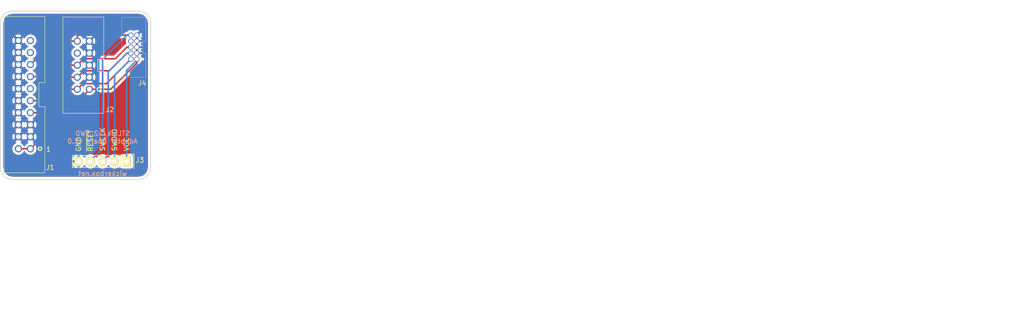
<source format=kicad_pcb>
(kicad_pcb (version 4) (host pcbnew 4.0.5-e0-6337~49~ubuntu16.04.1)

  (general
    (links 34)
    (no_connects 0)
    (area 73.583799 41.125695 178.510001 123.265001)
    (thickness 1.6)
    (drawings 19)
    (tracks 57)
    (zones 0)
    (modules 4)
    (nets 7)
  )

  (page USLetter)
  (title_block
    (title "ATSAMD21G18-STLinkv2 JTAG Adapter Board")
    (date "27 Jul 2017")
    (rev 1.0)
    (company "CERN Open Hardware License v1.2")
    (comment 1 jenner@wickerbox.net)
    (comment 2 http://wickerbox.net)
    (comment 3 "Wickerbox Electronics")
  )

  (layers
    (0 F.Cu signal)
    (31 B.Cu signal)
    (34 B.Paste user)
    (35 F.Paste user)
    (36 B.SilkS user)
    (37 F.SilkS user)
    (38 B.Mask user)
    (39 F.Mask user)
    (40 Dwgs.User user)
    (44 Edge.Cuts user)
    (46 B.CrtYd user)
    (47 F.CrtYd user)
    (48 B.Fab user)
    (49 F.Fab user)
  )

  (setup
    (last_trace_width 0.254)
    (user_trace_width 0.1524)
    (user_trace_width 0.254)
    (user_trace_width 0.3302)
    (user_trace_width 0.508)
    (user_trace_width 0.762)
    (user_trace_width 1.27)
    (trace_clearance 0.1524)
    (zone_clearance 0.508)
    (zone_45_only no)
    (trace_min 0.1524)
    (segment_width 0.1524)
    (edge_width 0.1524)
    (via_size 0.6858)
    (via_drill 0.3302)
    (via_min_size 0.6858)
    (via_min_drill 0.3302)
    (user_via 0.6858 0.3302)
    (user_via 0.762 0.4064)
    (user_via 0.8636 0.508)
    (uvia_size 0.6858)
    (uvia_drill 0.3302)
    (uvias_allowed no)
    (uvia_min_size 0)
    (uvia_min_drill 0)
    (pcb_text_width 0.1524)
    (pcb_text_size 1.016 1.016)
    (mod_edge_width 0.1524)
    (mod_text_size 1.016 1.016)
    (mod_text_width 0.1524)
    (pad_size 1.1176 1.1176)
    (pad_drill 0.8128)
    (pad_to_mask_clearance 0.0762)
    (solder_mask_min_width 0.1016)
    (pad_to_paste_clearance -0.0762)
    (aux_axis_origin 0 0)
    (visible_elements FFFEDF7D)
    (pcbplotparams
      (layerselection 0x310fc_80000001)
      (usegerberextensions true)
      (excludeedgelayer true)
      (linewidth 0.100000)
      (plotframeref false)
      (viasonmask false)
      (mode 1)
      (useauxorigin false)
      (hpglpennumber 1)
      (hpglpenspeed 20)
      (hpglpendiameter 15)
      (hpglpenoverlay 2)
      (psnegative false)
      (psa4output false)
      (plotreference true)
      (plotvalue true)
      (plotinvisibletext false)
      (padsonsilk false)
      (subtractmaskfromsilk false)
      (outputformat 1)
      (mirror false)
      (drillshape 0)
      (scaleselection 1)
      (outputdirectory gerbers))
  )

  (net 0 "")
  (net 1 VCC)
  (net 2 GND)
  (net 3 /SWDIO)
  (net 4 /SWCLK)
  (net 5 /~RESET)
  (net 6 /TRACESWO)

  (net_class Default "This is the default net class."
    (clearance 0.1524)
    (trace_width 0.254)
    (via_dia 0.6858)
    (via_drill 0.3302)
    (uvia_dia 0.6858)
    (uvia_drill 0.3302)
    (add_net /SWCLK)
    (add_net /SWDIO)
    (add_net /TRACESWO)
    (add_net /~RESET)
    (add_net GND)
    (add_net VCC)
  )

  (module Wickerlib:CONN-HEADER-STRAIGHT-P2.54MM-1x05 (layer F.Cu) (tedit 5986290E) (tstamp 5987E190)
    (at 54.864 65.1256 270)
    (descr "Through hole pin header")
    (tags "pin header")
    (path /59879A04)
    (fp_text reference J3 (at 0 5.25 360) (layer F.Fab)
      (effects (font (size 2.032 2.032) (thickness 0.254)))
    )
    (fp_text value HEADER-MALE-5POS-TH-1x05-P0.1IN (at -3.25 6.5 360) (layer F.Fab) hide
      (effects (font (size 1 1) (thickness 0.15)))
    )
    (fp_line (start 1.75 12) (end 1.75 -1.75) (layer F.Fab) (width 0.0508))
    (fp_line (start -1.75 12) (end 1.75 12) (layer F.Fab) (width 0.0508))
    (fp_line (start -1.75 -1.75) (end -1.75 12) (layer F.Fab) (width 0.0508))
    (fp_line (start 1.75 -1.75) (end -1.75 -1.75) (layer F.Fab) (width 0.0508))
    (fp_text user %R (at 0 -3 270) (layer F.SilkS) hide
      (effects (font (size 1 1) (thickness 0.15)))
    )
    (fp_line (start -1.55 0) (end -1.55 -1.55) (layer F.SilkS) (width 0.15))
    (fp_line (start -1.55 -1.55) (end 1.55 -1.55) (layer F.SilkS) (width 0.15))
    (fp_line (start -1.75 -1.75) (end -1.75 11.95) (layer F.CrtYd) (width 0.05))
    (fp_line (start 1.75 -1.75) (end 1.75 11.95) (layer F.CrtYd) (width 0.05))
    (fp_line (start -1.75 -1.75) (end 1.75 -1.75) (layer F.CrtYd) (width 0.05))
    (fp_line (start -1.75 11.95) (end 1.75 11.95) (layer F.CrtYd) (width 0.05))
    (fp_line (start 1.27 1.27) (end 1.27 11.43) (layer F.SilkS) (width 0.15))
    (fp_line (start 1.27 11.43) (end -1.27 11.43) (layer F.SilkS) (width 0.15))
    (fp_line (start -1.27 11.43) (end -1.27 1.27) (layer F.SilkS) (width 0.15))
    (fp_line (start 1.27 1.27) (end -1.27 1.27) (layer F.SilkS) (width 0.15))
    (pad 1 thru_hole rect (at 0 0 270) (size 2.032 1.7272) (drill 1.016) (layers *.Cu *.Mask F.SilkS)
      (net 1 VCC))
    (pad 2 thru_hole oval (at 0 2.54 270) (size 2.032 1.7272) (drill 1.016) (layers *.Cu *.Mask F.SilkS)
      (net 3 /SWDIO))
    (pad 3 thru_hole oval (at 0 5.08 270) (size 2.032 1.7272) (drill 1.016) (layers *.Cu *.Mask F.SilkS)
      (net 4 /SWCLK))
    (pad 4 thru_hole oval (at 0 7.62 270) (size 2.032 1.7272) (drill 1.016) (layers *.Cu *.Mask F.SilkS)
      (net 5 /~RESET))
    (pad 5 thru_hole oval (at 0 10.16 270) (size 2.032 1.7272) (drill 1.016) (layers *.Cu *.Mask F.SilkS)
      (net 2 GND))
  )

  (module Wickerlib:CONN-3M-JTAG-2x05-2.54MMP (layer F.Cu) (tedit 59864504) (tstamp 5987E178)
    (at 45.72 44.8056 90)
    (path /5987995F)
    (fp_text reference J2 (at 0 0 90) (layer F.Fab)
      (effects (font (size 1 1) (thickness 0.15)))
    )
    (fp_text value HEADER-MALE-10POS-TH-2x5-P0.1IN-KEY-SHROUDED-JTAG (at 0 0 90) (layer F.Fab) hide
      (effects (font (size 1 1) (thickness 0.15)))
    )
    (fp_line (start 10.16 -4.064) (end 10.16 -4.318) (layer F.Fab) (width 0.04064))
    (fp_line (start 10.16 4.318) (end 10.16 -4.064) (layer F.Fab) (width 0.04064))
    (fp_line (start 1.27 4.318) (end 10.16 4.318) (layer F.Fab) (width 0.04064))
    (fp_line (start 1.27 3.048) (end 1.27 4.318) (layer F.Fab) (width 0.04064))
    (fp_line (start -1.27 3.048) (end 1.27 3.048) (layer F.Fab) (width 0.04064))
    (fp_line (start -1.27 4.318) (end -1.27 3.048) (layer F.Fab) (width 0.04064))
    (fp_line (start -10.16 4.318) (end -1.27 4.318) (layer F.Fab) (width 0.04064))
    (fp_line (start -10.16 -4.318) (end -10.16 4.318) (layer F.Fab) (width 0.04064))
    (fp_line (start 10.16 -4.318) (end -10.16 -4.318) (layer F.Fab) (width 0.04064))
    (fp_circle (center -5.08 3.302) (end -4.826 3.556) (layer F.SilkS) (width 0.254))
    (fp_text user %R (at -9.398 5.588 180) (layer F.SilkS)
      (effects (font (size 1 1) (thickness 0.15)))
    )
    (fp_line (start 1.27 3.048) (end 1.27 4.318) (layer F.SilkS) (width 0.1016))
    (fp_line (start -1.27 3.048) (end 1.27 3.048) (layer F.SilkS) (width 0.1016))
    (fp_line (start -1.27 4.318) (end -1.27 3.048) (layer F.SilkS) (width 0.1016))
    (fp_line (start -10.16 4.318) (end -1.27 4.318) (layer F.SilkS) (width 0.1016))
    (fp_line (start 10.16 -4.318) (end -10.16 -4.318) (layer F.SilkS) (width 0.1016))
    (fp_line (start -10.16 4.318) (end -10.16 -4.318) (layer F.SilkS) (width 0.1016))
    (fp_line (start 10.16 4.318) (end 10.16 -4.318) (layer F.SilkS) (width 0.1016))
    (fp_line (start 1.27 4.318) (end 10.16 4.318) (layer F.SilkS) (width 0.1016))
    (fp_circle (center -5.08 3.302) (end -4.826 3.556) (layer F.Fab) (width 0.254))
    (pad 2 thru_hole circle (at -5.08 -1.27 90) (size 1.524 1.524) (drill 1.016) (layers *.Cu *.Mask)
      (net 3 /SWDIO))
    (pad 4 thru_hole circle (at -2.54 -1.27 90) (size 1.524 1.524) (drill 1.016) (layers *.Cu *.Mask)
      (net 4 /SWCLK))
    (pad 6 thru_hole circle (at 0 -1.27 90) (size 1.524 1.524) (drill 1.016) (layers *.Cu *.Mask)
      (net 6 /TRACESWO))
    (pad 8 thru_hole circle (at 2.54 -1.27 90) (size 1.524 1.524) (drill 1.016) (layers *.Cu *.Mask))
    (pad 10 thru_hole circle (at 5.08 -1.27 90) (size 1.524 1.524) (drill 1.016) (layers *.Cu *.Mask)
      (net 5 /~RESET))
    (pad 1 thru_hole circle (at -5.08 1.27 90) (size 1.524 1.524) (drill 1.016) (layers *.Cu *.Mask)
      (net 1 VCC))
    (pad 3 thru_hole circle (at -2.54 1.27 90) (size 1.524 1.524) (drill 1.016) (layers *.Cu *.Mask)
      (net 2 GND))
    (pad 5 thru_hole circle (at 0 1.27 90) (size 1.524 1.524) (drill 1.016) (layers *.Cu *.Mask)
      (net 2 GND))
    (pad 7 thru_hole circle (at 2.54 1.27 90) (size 1.524 1.524) (drill 1.016) (layers *.Cu *.Mask)
      (net 2 GND))
    (pad 9 thru_hole circle (at 5.08 1.27 90) (size 1.524 1.524) (drill 1.016) (layers *.Cu *.Mask)
      (net 2 GND))
  )

  (module Wickerlib:CONN-ONSHORE-JTAG-2x10-2.54MMP (layer F.Cu) (tedit 598644C5) (tstamp 5987E156)
    (at 33.274 57.3786 90)
    (path /5988C72E)
    (fp_text reference J1 (at 6.35 0 90) (layer F.Fab)
      (effects (font (size 1 1) (thickness 0.15)))
    )
    (fp_text value JTAG (at 6.35 3.81 90) (layer F.Fab) hide
      (effects (font (size 1 1) (thickness 0.15)))
    )
    (fp_line (start 22.86 -4.064) (end 22.86 -4.318) (layer F.Fab) (width 0.04064))
    (fp_line (start 22.86 4.318) (end 22.86 -4.064) (layer F.Fab) (width 0.04064))
    (fp_line (start 8.89 4.318) (end 22.86 4.318) (layer F.Fab) (width 0.04064))
    (fp_line (start 8.89 3.048) (end 8.89 4.318) (layer F.Fab) (width 0.04064))
    (fp_line (start 3.81 3.048) (end 8.89 3.048) (layer F.Fab) (width 0.04064))
    (fp_line (start 3.81 4.318) (end 3.81 3.048) (layer F.Fab) (width 0.04064))
    (fp_line (start -10.16 4.318) (end 3.81 4.318) (layer F.Fab) (width 0.04064))
    (fp_line (start -10.16 -4.318) (end -10.16 4.318) (layer F.Fab) (width 0.04064))
    (fp_line (start 22.86 -4.318) (end -10.16 -4.318) (layer F.Fab) (width 0.04064))
    (fp_circle (center -5.08 3.302) (end -4.826 3.556) (layer F.SilkS) (width 0.254))
    (fp_text user %R (at -9.017 5.461 180) (layer F.SilkS)
      (effects (font (size 1 1) (thickness 0.15)))
    )
    (fp_line (start 8.89 3.048) (end 8.89 4.318) (layer F.SilkS) (width 0.1016))
    (fp_line (start 3.81 3.048) (end 8.89 3.048) (layer F.SilkS) (width 0.1016))
    (fp_line (start 3.81 4.318) (end 3.81 3.048) (layer F.SilkS) (width 0.1016))
    (fp_line (start -10.16 4.318) (end 3.81 4.318) (layer F.SilkS) (width 0.1016))
    (fp_line (start 22.86 -4.318) (end -10.16 -4.318) (layer F.SilkS) (width 0.1016))
    (fp_line (start -10.16 4.318) (end -10.16 -4.318) (layer F.SilkS) (width 0.1016))
    (fp_line (start 22.86 4.318) (end 22.86 -4.318) (layer F.SilkS) (width 0.1016))
    (fp_line (start 8.89 4.318) (end 22.86 4.318) (layer F.SilkS) (width 0.1016))
    (fp_circle (center -5.08 3.302) (end -4.826 3.556) (layer F.Fab) (width 0.254))
    (pad 2 thru_hole circle (at -5.08 -1.27 90) (size 1.524 1.524) (drill 1.016) (layers *.Cu *.Mask)
      (net 1 VCC))
    (pad 4 thru_hole circle (at -2.54 -1.27 90) (size 1.524 1.524) (drill 1.016) (layers *.Cu *.Mask)
      (net 2 GND))
    (pad 6 thru_hole circle (at 0 -1.27 90) (size 1.524 1.524) (drill 1.016) (layers *.Cu *.Mask)
      (net 2 GND))
    (pad 8 thru_hole circle (at 2.54 -1.27 90) (size 1.524 1.524) (drill 1.016) (layers *.Cu *.Mask)
      (net 2 GND))
    (pad 10 thru_hole circle (at 5.08 -1.27 90) (size 1.524 1.524) (drill 1.016) (layers *.Cu *.Mask)
      (net 2 GND))
    (pad 1 thru_hole circle (at -5.08 1.27 90) (size 1.524 1.524) (drill 1.016) (layers *.Cu *.Mask)
      (net 1 VCC))
    (pad 3 thru_hole circle (at -2.54 1.27 90) (size 1.524 1.524) (drill 1.016) (layers *.Cu *.Mask)
      (net 2 GND))
    (pad 5 thru_hole circle (at 0 1.27 90) (size 1.524 1.524) (drill 1.016) (layers *.Cu *.Mask)
      (net 2 GND))
    (pad 7 thru_hole circle (at 2.54 1.27 90) (size 1.524 1.524) (drill 1.016) (layers *.Cu *.Mask)
      (net 3 /SWDIO))
    (pad 9 thru_hole circle (at 5.08 1.27 90) (size 1.524 1.524) (drill 1.016) (layers *.Cu *.Mask)
      (net 4 /SWCLK))
    (pad 17 thru_hole circle (at 15.24 1.27 90) (size 1.524 1.524) (drill 1.016) (layers *.Cu *.Mask))
    (pad 16 thru_hole circle (at 12.7 -1.27 90) (size 1.524 1.524) (drill 1.016) (layers *.Cu *.Mask)
      (net 2 GND))
    (pad 18 thru_hole circle (at 15.24 -1.27 90) (size 1.524 1.524) (drill 1.016) (layers *.Cu *.Mask)
      (net 2 GND))
    (pad 20 thru_hole circle (at 17.78 -1.27 90) (size 1.524 1.524) (drill 1.016) (layers *.Cu *.Mask)
      (net 2 GND))
    (pad 15 thru_hole circle (at 12.7 1.27 90) (size 1.524 1.524) (drill 1.016) (layers *.Cu *.Mask)
      (net 5 /~RESET))
    (pad 19 thru_hole circle (at 17.78 1.27 90) (size 1.524 1.524) (drill 1.016) (layers *.Cu *.Mask))
    (pad 13 thru_hole circle (at 10.16 1.27 90) (size 1.524 1.524) (drill 1.016) (layers *.Cu *.Mask)
      (net 6 /TRACESWO))
    (pad 12 thru_hole circle (at 7.62 -1.27 90) (size 1.524 1.524) (drill 1.016) (layers *.Cu *.Mask)
      (net 2 GND))
    (pad 14 thru_hole circle (at 10.16 -1.27 90) (size 1.524 1.524) (drill 1.016) (layers *.Cu *.Mask)
      (net 2 GND))
    (pad 11 thru_hole circle (at 7.62 1.27 90) (size 1.524 1.524) (drill 1.016) (layers *.Cu *.Mask))
  )

  (module Wickerlib:CONN-ONSHORE-JTAG-2x05-1.27MMP (layer F.Cu) (tedit 598646B9) (tstamp 5987E1B2)
    (at 56.388 40.9956 90)
    (path /5989484D)
    (fp_text reference J4 (at 0 0 90) (layer F.Fab)
      (effects (font (size 1 1) (thickness 0.15)))
    )
    (fp_text value HEADER-MALE-10POS-TH-2x5-P1.27MM-KEY-SHROUDED-JTAG (at 0 3.81 90) (layer F.Fab) hide
      (effects (font (size 1 1) (thickness 0.15)))
    )
    (fp_line (start -1.27 2.54) (end -1.27 1.905) (layer F.SilkS) (width 0.049784))
    (fp_line (start -1.27 1.905) (end 1.27 1.905) (layer F.SilkS) (width 0.049784))
    (fp_line (start 6.33 -2.55) (end 6.33 2.55) (layer F.SilkS) (width 0.049784))
    (fp_line (start -6.33 -2.54) (end 6.33 -2.54) (layer F.SilkS) (width 0.049784))
    (fp_circle (center -2.54 1.905) (end -2.413 2.032) (layer F.Fab) (width 0.254))
    (fp_text user %R (at -7.62 1.778 180) (layer F.SilkS)
      (effects (font (size 1 1) (thickness 0.15)))
    )
    (fp_line (start -6.33 -2.54) (end -6.33 2.56) (layer F.SilkS) (width 0.049784))
    (fp_line (start -6.31 2.54) (end -1.27 2.54) (layer F.SilkS) (width 0.049784))
    (fp_circle (center -2.54 1.905) (end -2.413 2.032) (layer F.SilkS) (width 0.254))
    (fp_line (start 1.27 1.905) (end 1.27 2.54) (layer F.SilkS) (width 0.049784))
    (fp_line (start 6.31 2.54) (end 1.27 2.54) (layer F.SilkS) (width 0.049784))
    (fp_line (start 6.33 -2.55) (end 6.33 2.55) (layer F.Fab) (width 0.049784))
    (fp_line (start -6.33 -2.54) (end -6.33 2.56) (layer F.Fab) (width 0.049784))
    (fp_line (start -6.31 2.54) (end -1.27 2.54) (layer F.Fab) (width 0.049784))
    (fp_line (start -1.27 2.54) (end -1.27 1.905) (layer F.Fab) (width 0.049784))
    (fp_line (start -1.27 1.905) (end 1.27 1.905) (layer F.Fab) (width 0.049784))
    (fp_line (start 1.27 1.905) (end 1.27 2.54) (layer F.Fab) (width 0.049784))
    (fp_line (start 6.31 2.54) (end 1.27 2.54) (layer F.Fab) (width 0.049784))
    (fp_line (start -6.33 -2.54) (end 6.33 -2.54) (layer F.Fab) (width 0.049784))
    (pad 2 thru_hole circle (at -2.54 -0.635 90) (size 1.1176 1.1176) (drill 0.8128) (layers *.Cu *.Mask)
      (net 3 /SWDIO) (solder_mask_margin 0.0254))
    (pad 1 thru_hole circle (at -2.54 0.635 90) (size 1.1176 1.1176) (drill 0.8128) (layers *.Cu *.Mask)
      (net 1 VCC) (solder_mask_margin 0.0254))
    (pad 4 thru_hole circle (at -1.27 -0.635 90) (size 1.1176 1.1176) (drill 0.8128) (layers *.Cu *.Mask)
      (net 4 /SWCLK) (solder_mask_margin 0.0254))
    (pad 3 thru_hole circle (at -1.27 0.635 90) (size 1.1176 1.1176) (drill 0.8128) (layers *.Cu *.Mask)
      (net 2 GND) (solder_mask_margin 0.0254))
    (pad 6 thru_hole circle (at 0 -0.635 90) (size 1.1176 1.1176) (drill 0.8128) (layers *.Cu *.Mask)
      (net 6 /TRACESWO) (solder_mask_margin 0.0254))
    (pad 5 thru_hole circle (at 0 0.635 90) (size 1.1176 1.1176) (drill 0.8128) (layers *.Cu *.Mask)
      (net 2 GND) (solder_mask_margin 0.0254))
    (pad 8 thru_hole circle (at 1.27 -0.635 90) (size 1.1176 1.1176) (drill 0.8128) (layers *.Cu *.Mask)
      (solder_mask_margin 0.0254))
    (pad 7 thru_hole circle (at 1.27 0.635 90) (size 1.1176 1.1176) (drill 0.8128) (layers *.Cu *.Mask)
      (net 2 GND) (solder_mask_margin 0.0254))
    (pad 10 thru_hole circle (at 2.54 -0.635 90) (size 1.1176 1.1176) (drill 0.8128) (layers *.Cu *.Mask)
      (net 5 /~RESET) (solder_mask_margin 0.0254))
    (pad 9 thru_hole circle (at 2.54 0.635 90) (size 1.1176 1.1176) (drill 0.8128) (layers *.Cu *.Mask)
      (net 2 GND) (solder_mask_margin 0.0254))
  )

  (gr_text "FABRICATION NOTES\n\n1. THIS IS A 2 LAYER BOARD. \n2. EXTERNAL LAYERS SHALL HAVE 1 OZ COPPER.\n3. MATERIAL: FR4 AND 0.062 INCH +/- 10% THICK.\n4. BOARDS SHALL BE ROHS COMPLIANT. \n5. MANUFACTURE IN ACCORDANCE WITH IPC-6012 CLASS 2\n6. MASK: BOTH SIDES OF THE BOARD SHALL HAVE \n   SOLDER MASK (ANY COLOR) OVER BARE COPPER. \n7. SILK: BOTH SIDES OF THE BOARD SHALL HAVE \n   WHITE SILKSCREEN. DO NOT PLACE SILK OVER BARE COPPER.\n8. FINISH: ENIG.\n9. MINIMUM TRACE WIDTH - 0.006 INCH.\n   MINIMUM SPACE - 0.006 INCH.\n   MINIMUM HOLE DIA - 0.013 INCH. \n10. MAX HOLE PLACEMENT TOLERANCE OF +/- 0.003 INCH.\n11. MAX HOLE DIAMETER TOLERANCE OF +/- 0.003 INCH AFTER PLATING." (at 101.3206 65.6844) (layer Dwgs.User)
    (effects (font (size 2.54 2.54) (thickness 0.254)) (justify left))
  )
  (gr_circle (center 54.864 65.1256) (end 55.118 65.3796) (layer F.Fab) (width 0.4))
  (gr_text J3 (at 57.658 64.8716) (layer F.SilkS)
    (effects (font (size 1.016 1.016) (thickness 0.1524)))
  )
  (gr_text 1 (at 38.354 62.5856) (layer F.SilkS)
    (effects (font (size 1.016 1.016) (thickness 0.1524)))
  )
  (gr_text GND (at 44.704 61.49461 90) (layer F.SilkS)
    (effects (font (size 1.016 1.016) (thickness 0.1524)))
  )
  (gr_text ~RESET (at 47.244 60.744705 90) (layer F.SilkS)
    (effects (font (size 1.016 1.016) (thickness 0.1524)))
  )
  (gr_text SWCLK (at 49.784 63.0428 90) (layer F.SilkS)
    (effects (font (size 1.016 1.016) (thickness 0.1524)) (justify left))
  )
  (gr_text "SWDIO\n" (at 52.324 63.0428 90) (layer F.SilkS)
    (effects (font (size 1.016 1.016) (thickness 0.1524)) (justify left))
  )
  (gr_text VCC (at 54.864 63.0428 90) (layer F.SilkS)
    (effects (font (size 1.016 1.016) (thickness 0.1524)) (justify left))
  )
  (gr_text wickerbox.net (at 49.784 67.6656) (layer B.SilkS)
    (effects (font (size 1.016 1.016) (thickness 0.1524)) (justify mirror))
  )
  (gr_text "STLink/v2 SWD\nAdapter Board v1.0" (at 49.784 60.0456) (layer B.SilkS)
    (effects (font (size 1.016 1.016) (thickness 0.1524)) (justify mirror))
  )
  (gr_line (start 57.404 33.3756) (end 30.734 33.3756) (layer Edge.Cuts) (width 0.1524))
  (gr_line (start 59.944 66.3956) (end 59.944 35.9156) (layer Edge.Cuts) (width 0.1524))
  (gr_line (start 30.734 68.9356) (end 57.404 68.9356) (layer Edge.Cuts) (width 0.1524))
  (gr_line (start 28.194 35.9156) (end 28.194 66.3956) (layer Edge.Cuts) (width 0.1524))
  (gr_arc (start 30.734 35.9156) (end 28.194 35.9156) (angle 90) (layer Edge.Cuts) (width 0.1524) (tstamp 5987E3C2))
  (gr_arc (start 30.734 66.3956) (end 30.734 68.9356) (angle 90) (layer Edge.Cuts) (width 0.1524))
  (gr_arc (start 57.404 66.3956) (end 59.944 66.3956) (angle 90) (layer Edge.Cuts) (width 0.1524))
  (gr_arc (start 57.404 35.9156) (end 57.404 33.3756) (angle 90) (layer Edge.Cuts) (width 0.1524))

  (segment (start 34.544 62.4586) (end 46.99 50.0126) (width 0.3302) (layer F.Cu) (net 1))
  (segment (start 46.99 50.0126) (end 46.99 49.8856) (width 0.3302) (layer F.Cu) (net 1))
  (segment (start 34.544 62.4586) (end 32.004 62.4586) (width 0.3302) (layer F.Cu) (net 1))
  (segment (start 54.864 65.1256) (end 54.864 45.909486) (width 0.3302) (layer B.Cu) (net 1))
  (segment (start 54.864 45.909486) (end 57.023 43.750486) (width 0.3302) (layer B.Cu) (net 1))
  (segment (start 57.023 43.750486) (end 57.023 43.5356) (width 0.3302) (layer B.Cu) (net 1))
  (segment (start 57.023 43.5356) (end 57.023 44.361783) (width 0.3302) (layer F.Cu) (net 1))
  (segment (start 57.023 44.361783) (end 51.499183 49.8856) (width 0.3302) (layer F.Cu) (net 1))
  (segment (start 51.499183 49.8856) (end 48.06763 49.8856) (width 0.3302) (layer F.Cu) (net 1))
  (segment (start 48.06763 49.8856) (end 46.99 49.8856) (width 0.3302) (layer F.Cu) (net 1))
  (segment (start 57.023 42.2656) (end 58.674 42.2656) (width 0.3302) (layer B.Cu) (net 2))
  (segment (start 57.023 40.9956) (end 58.674 40.9956) (width 0.3302) (layer B.Cu) (net 2))
  (segment (start 57.023 39.7256) (end 58.674 39.7256) (width 0.3302) (layer B.Cu) (net 2))
  (segment (start 57.023 39.7256) (end 58.674 39.7256) (width 0.3302) (layer F.Cu) (net 2))
  (segment (start 57.023 42.2656) (end 58.674 42.2656) (width 0.3302) (layer F.Cu) (net 2))
  (segment (start 57.023 40.9956) (end 58.674 40.9956) (width 0.3302) (layer F.Cu) (net 2))
  (segment (start 57.023 42.2656) (end 57.023 40.9956) (width 0.3302) (layer F.Cu) (net 2))
  (segment (start 57.023 39.7256) (end 57.023 40.9956) (width 0.3302) (layer F.Cu) (net 2))
  (segment (start 57.023 38.4556) (end 57.023 39.7256) (width 0.3302) (layer F.Cu) (net 2))
  (segment (start 52.324 65.1256) (end 52.324 46.9646) (width 0.3302) (layer B.Cu) (net 3))
  (segment (start 52.324 46.9646) (end 55.753 43.5356) (width 0.3302) (layer B.Cu) (net 3))
  (segment (start 44.45 49.8856) (end 45.631101 48.704499) (width 0.3302) (layer F.Cu) (net 3))
  (segment (start 45.631101 48.704499) (end 50.584101 48.704499) (width 0.3302) (layer F.Cu) (net 3))
  (segment (start 50.584101 48.704499) (end 55.168801 44.119799) (width 0.3302) (layer F.Cu) (net 3))
  (segment (start 55.168801 44.119799) (end 55.753 43.5356) (width 0.3302) (layer F.Cu) (net 3))
  (segment (start 35.941 54.8386) (end 40.894 49.8856) (width 0.3302) (layer F.Cu) (net 3))
  (segment (start 40.894 49.8856) (end 44.45 49.8856) (width 0.3302) (layer F.Cu) (net 3))
  (segment (start 34.544 54.8386) (end 35.941 54.8386) (width 0.3302) (layer F.Cu) (net 3))
  (segment (start 54.926817 42.2656) (end 55.753 42.2656) (width 0.3302) (layer B.Cu) (net 4))
  (segment (start 50.9778 46.214617) (end 54.926817 42.2656) (width 0.3302) (layer B.Cu) (net 4))
  (segment (start 50.9778 63.7794) (end 50.9778 46.214617) (width 0.3302) (layer B.Cu) (net 4))
  (segment (start 49.784 64.9732) (end 50.9778 63.7794) (width 0.3302) (layer B.Cu) (net 4))
  (segment (start 49.784 65.1256) (end 49.784 64.9732) (width 0.3302) (layer B.Cu) (net 4))
  (segment (start 44.45 47.3456) (end 45.808899 45.986701) (width 0.3302) (layer F.Cu) (net 4))
  (segment (start 45.808899 45.986701) (end 51.205716 45.986701) (width 0.3302) (layer F.Cu) (net 4))
  (segment (start 51.205716 45.986701) (end 54.926817 42.2656) (width 0.3302) (layer F.Cu) (net 4))
  (segment (start 54.926817 42.2656) (end 55.753 42.2656) (width 0.3302) (layer F.Cu) (net 4))
  (segment (start 40.894 47.3456) (end 35.941 52.2986) (width 0.3302) (layer F.Cu) (net 4))
  (segment (start 35.941 52.2986) (end 34.544 52.2986) (width 0.3302) (layer F.Cu) (net 4))
  (segment (start 44.45 47.3456) (end 40.894 47.3456) (width 0.3302) (layer F.Cu) (net 4))
  (segment (start 49.784 62.4332) (end 49.784 43.598417) (width 0.3302) (layer B.Cu) (net 5))
  (segment (start 49.784 43.598417) (end 54.926817 38.4556) (width 0.3302) (layer B.Cu) (net 5))
  (segment (start 54.926817 38.4556) (end 55.753 38.4556) (width 0.3302) (layer B.Cu) (net 5))
  (segment (start 47.244 65.1256) (end 47.244 64.9732) (width 0.3302) (layer B.Cu) (net 5))
  (segment (start 47.244 64.9732) (end 49.784 62.4332) (width 0.3302) (layer B.Cu) (net 5))
  (segment (start 44.64237 38.4556) (end 55.753 38.4556) (width 0.3302) (layer F.Cu) (net 5))
  (segment (start 44.45 39.7256) (end 44.45 38.64797) (width 0.3302) (layer F.Cu) (net 5))
  (segment (start 44.45 38.64797) (end 44.64237 38.4556) (width 0.3302) (layer F.Cu) (net 5))
  (segment (start 39.497 39.7256) (end 44.45 39.7256) (width 0.3302) (layer F.Cu) (net 5))
  (segment (start 34.544 44.6786) (end 39.497 39.7256) (width 0.3302) (layer F.Cu) (net 5))
  (segment (start 44.45 44.8056) (end 45.808899 43.446701) (width 0.3302) (layer F.Cu) (net 6))
  (segment (start 45.808899 43.446701) (end 52.475716 43.446701) (width 0.3302) (layer F.Cu) (net 6))
  (segment (start 52.475716 43.446701) (end 54.926817 40.9956) (width 0.3302) (layer F.Cu) (net 6))
  (segment (start 54.926817 40.9956) (end 55.753 40.9956) (width 0.3302) (layer F.Cu) (net 6))
  (segment (start 37.211 47.2186) (end 39.624 44.8056) (width 0.3302) (layer F.Cu) (net 6))
  (segment (start 39.624 44.8056) (end 44.45 44.8056) (width 0.3302) (layer F.Cu) (net 6))
  (segment (start 34.544 47.2186) (end 37.211 47.2186) (width 0.3302) (layer F.Cu) (net 6))

  (zone (net 2) (net_name GND) (layer F.Cu) (tstamp 0) (hatch edge 0.508)
    (connect_pads (clearance 0.508))
    (min_thickness 0.254)
    (fill yes (arc_segments 16) (thermal_gap 0.508) (thermal_bridge_width 0.508))
    (polygon
      (pts
        (xy 59.944 33.3756) (xy 28.194 33.3756) (xy 28.194 68.9356) (xy 59.944 68.9356)
      )
    )
    (filled_polygon
      (pts
        (xy 58.09852 34.238882) (xy 58.687304 34.632296) (xy 59.080719 35.221082) (xy 59.2328 35.985644) (xy 59.2328 66.325556)
        (xy 59.080719 67.090118) (xy 58.687304 67.678904) (xy 58.09852 68.072318) (xy 57.333955 68.2244) (xy 30.804044 68.2244)
        (xy 30.039482 68.072319) (xy 29.450696 67.678904) (xy 29.057282 67.09012) (xy 28.9052 66.325555) (xy 28.9052 65.487513)
        (xy 43.218816 65.487513) (xy 43.412046 66.03992) (xy 43.801964 66.476332) (xy 44.329209 66.730309) (xy 44.344974 66.732958)
        (xy 44.577 66.611817) (xy 44.577 65.2526) (xy 43.363076 65.2526) (xy 43.218816 65.487513) (xy 28.9052 65.487513)
        (xy 28.9052 64.763687) (xy 43.218816 64.763687) (xy 43.363076 64.9986) (xy 44.577 64.9986) (xy 44.577 63.639383)
        (xy 44.831 63.639383) (xy 44.831 64.9986) (xy 44.851 64.9986) (xy 44.851 65.2526) (xy 44.831 65.2526)
        (xy 44.831 66.611817) (xy 45.063026 66.732958) (xy 45.078791 66.730309) (xy 45.606036 66.476332) (xy 45.977539 66.060531)
        (xy 46.18433 66.370015) (xy 46.670511 66.694871) (xy 47.244 66.808945) (xy 47.817489 66.694871) (xy 48.30367 66.370015)
        (xy 48.514 66.055234) (xy 48.72433 66.370015) (xy 49.210511 66.694871) (xy 49.784 66.808945) (xy 50.357489 66.694871)
        (xy 50.84367 66.370015) (xy 51.054 66.055234) (xy 51.26433 66.370015) (xy 51.750511 66.694871) (xy 52.324 66.808945)
        (xy 52.897489 66.694871) (xy 53.38367 66.370015) (xy 53.393243 66.355687) (xy 53.397238 66.376917) (xy 53.53631 66.593041)
        (xy 53.74851 66.738031) (xy 54.0004 66.78904) (xy 55.7276 66.78904) (xy 55.962917 66.744762) (xy 56.179041 66.60569)
        (xy 56.324031 66.39349) (xy 56.37504 66.1416) (xy 56.37504 64.1096) (xy 56.330762 63.874283) (xy 56.19169 63.658159)
        (xy 55.97949 63.513169) (xy 55.7276 63.46216) (xy 54.0004 63.46216) (xy 53.765083 63.506438) (xy 53.548959 63.64551)
        (xy 53.403969 63.85771) (xy 53.3956 63.899039) (xy 53.38367 63.881185) (xy 52.897489 63.556329) (xy 52.324 63.442255)
        (xy 51.750511 63.556329) (xy 51.26433 63.881185) (xy 51.054 64.195966) (xy 50.84367 63.881185) (xy 50.357489 63.556329)
        (xy 49.784 63.442255) (xy 49.210511 63.556329) (xy 48.72433 63.881185) (xy 48.514 64.195966) (xy 48.30367 63.881185)
        (xy 47.817489 63.556329) (xy 47.244 63.442255) (xy 46.670511 63.556329) (xy 46.18433 63.881185) (xy 45.977539 64.190669)
        (xy 45.606036 63.774868) (xy 45.078791 63.520891) (xy 45.063026 63.518242) (xy 44.831 63.639383) (xy 44.577 63.639383)
        (xy 44.344974 63.518242) (xy 44.329209 63.520891) (xy 43.801964 63.774868) (xy 43.412046 64.21128) (xy 43.218816 64.763687)
        (xy 28.9052 64.763687) (xy 28.9052 62.735261) (xy 30.606758 62.735261) (xy 30.81899 63.248903) (xy 31.21163 63.642229)
        (xy 31.7249 63.855357) (xy 32.280661 63.855842) (xy 32.794303 63.64361) (xy 33.179885 63.2587) (xy 33.36877 63.2587)
        (xy 33.75163 63.642229) (xy 34.2649 63.855357) (xy 34.820661 63.855842) (xy 35.334303 63.64361) (xy 35.727629 63.25097)
        (xy 35.940757 62.7377) (xy 35.941232 62.19288) (xy 46.851632 51.28248) (xy 47.266661 51.282842) (xy 47.780303 51.07061)
        (xy 48.165885 50.6857) (xy 51.499183 50.6857) (xy 51.805368 50.624796) (xy 52.064939 50.451356) (xy 57.588756 44.927539)
        (xy 57.762196 44.667968) (xy 57.807729 44.439056) (xy 58.034464 44.212716) (xy 58.216592 43.774103) (xy 58.217007 43.29918)
        (xy 58.044211 42.880981) (xy 58.076999 42.874395) (xy 58.229744 42.424705) (xy 58.198774 41.950793) (xy 58.076999 41.656805)
        (xy 57.946531 41.6306) (xy 58.076999 41.604395) (xy 58.229744 41.154705) (xy 58.198774 40.680793) (xy 58.076999 40.386805)
        (xy 57.946531 40.3606) (xy 58.076999 40.334395) (xy 58.229744 39.884705) (xy 58.198774 39.410793) (xy 58.076999 39.116805)
        (xy 57.946531 39.0906) (xy 58.076999 39.064395) (xy 58.229744 38.614705) (xy 58.198774 38.140793) (xy 58.076999 37.846805)
        (xy 57.855824 37.802381) (xy 57.202605 38.4556) (xy 57.216748 38.469743) (xy 57.166622 38.519868) (xy 56.946732 38.534238)
        (xy 56.946916 38.323794) (xy 57.008858 38.261853) (xy 57.023 38.275995) (xy 57.676219 37.622776) (xy 57.631795 37.401601)
        (xy 57.182105 37.248856) (xy 56.708193 37.279826) (xy 56.414205 37.401601) (xy 56.407544 37.434763) (xy 55.991503 37.262008)
        (xy 55.51658 37.261593) (xy 55.07765 37.442955) (xy 54.864734 37.6555) (xy 44.64237 37.6555) (xy 44.336185 37.716404)
        (xy 44.076614 37.889844) (xy 43.884244 38.082214) (xy 43.710804 38.341785) (xy 43.672295 38.535385) (xy 43.659697 38.54059)
        (xy 43.274115 38.9255) (xy 39.497 38.9255) (xy 39.190815 38.986404) (xy 38.931244 39.159844) (xy 35.940991 42.150097)
        (xy 35.941242 41.861939) (xy 35.72901 41.348297) (xy 35.33637 40.954971) (xy 35.128488 40.868651) (xy 35.334303 40.78361)
        (xy 35.727629 40.39097) (xy 35.940757 39.8777) (xy 35.941242 39.321939) (xy 35.72901 38.808297) (xy 35.33637 38.414971)
        (xy 34.8231 38.201843) (xy 34.267339 38.201358) (xy 33.753697 38.41359) (xy 33.360371 38.80623) (xy 33.280605 38.998327)
        (xy 33.226397 38.867457) (xy 32.984213 38.797992) (xy 32.183605 39.5986) (xy 32.984213 40.399208) (xy 33.226397 40.329743)
        (xy 33.276509 40.189282) (xy 33.35899 40.388903) (xy 33.75163 40.782229) (xy 33.959512 40.868549) (xy 33.753697 40.95359)
        (xy 33.360371 41.34623) (xy 33.280605 41.538327) (xy 33.226397 41.407457) (xy 32.984213 41.337992) (xy 32.183605 42.1386)
        (xy 32.984213 42.939208) (xy 33.226397 42.869743) (xy 33.276509 42.729282) (xy 33.35899 42.928903) (xy 33.75163 43.322229)
        (xy 33.959512 43.408549) (xy 33.753697 43.49359) (xy 33.360371 43.88623) (xy 33.280605 44.078327) (xy 33.226397 43.947457)
        (xy 32.984213 43.877992) (xy 32.183605 44.6786) (xy 32.984213 45.479208) (xy 33.226397 45.409743) (xy 33.276509 45.269282)
        (xy 33.35899 45.468903) (xy 33.75163 45.862229) (xy 33.959512 45.948549) (xy 33.753697 46.03359) (xy 33.360371 46.42623)
        (xy 33.280605 46.618327) (xy 33.226397 46.487457) (xy 32.984213 46.417992) (xy 32.183605 47.2186) (xy 32.984213 48.019208)
        (xy 33.226397 47.949743) (xy 33.276509 47.809282) (xy 33.35899 48.008903) (xy 33.75163 48.402229) (xy 33.959512 48.488549)
        (xy 33.753697 48.57359) (xy 33.360371 48.96623) (xy 33.280605 49.158327) (xy 33.226397 49.027457) (xy 32.984213 48.957992)
        (xy 32.183605 49.7586) (xy 32.984213 50.559208) (xy 33.226397 50.489743) (xy 33.276509 50.349282) (xy 33.35899 50.548903)
        (xy 33.75163 50.942229) (xy 33.959512 51.028549) (xy 33.753697 51.11359) (xy 33.360371 51.50623) (xy 33.280605 51.698327)
        (xy 33.226397 51.567457) (xy 32.984213 51.497992) (xy 32.183605 52.2986) (xy 32.984213 53.099208) (xy 33.226397 53.029743)
        (xy 33.276509 52.889282) (xy 33.35899 53.088903) (xy 33.75163 53.482229) (xy 33.959512 53.568549) (xy 33.753697 53.65359)
        (xy 33.360371 54.04623) (xy 33.280605 54.238327) (xy 33.226397 54.107457) (xy 32.984213 54.037992) (xy 32.183605 54.8386)
        (xy 32.984213 55.639208) (xy 33.226397 55.569743) (xy 33.276509 55.429282) (xy 33.35899 55.628903) (xy 33.75163 56.022229)
        (xy 33.943727 56.101995) (xy 33.812857 56.156203) (xy 33.743392 56.398387) (xy 34.544 57.198995) (xy 35.344608 56.398387)
        (xy 35.275143 56.156203) (xy 35.134682 56.106091) (xy 35.334303 56.02361) (xy 35.719885 55.6387) (xy 35.941 55.6387)
        (xy 36.247185 55.577796) (xy 36.506756 55.404356) (xy 41.225412 50.6857) (xy 43.27477 50.6857) (xy 43.65763 51.069229)
        (xy 44.1709 51.282357) (xy 44.588367 51.282721) (xy 35.943213 59.927875) (xy 35.925362 59.571232) (xy 35.766397 59.187457)
        (xy 35.524213 59.117992) (xy 34.723605 59.9186) (xy 34.737748 59.932743) (xy 34.558143 60.112348) (xy 34.544 60.098205)
        (xy 33.743392 60.898813) (xy 33.812857 61.140997) (xy 33.953318 61.191109) (xy 33.753697 61.27359) (xy 33.368115 61.6585)
        (xy 33.17923 61.6585) (xy 32.79637 61.274971) (xy 32.604273 61.195205) (xy 32.735143 61.140997) (xy 32.804608 60.898813)
        (xy 32.004 60.098205) (xy 31.203392 60.898813) (xy 31.272857 61.140997) (xy 31.413318 61.191109) (xy 31.213697 61.27359)
        (xy 30.820371 61.66623) (xy 30.607243 62.1795) (xy 30.606758 62.735261) (xy 28.9052 62.735261) (xy 28.9052 59.710902)
        (xy 30.594856 59.710902) (xy 30.622638 60.265968) (xy 30.781603 60.649743) (xy 31.023787 60.719208) (xy 31.824395 59.9186)
        (xy 32.183605 59.9186) (xy 32.984213 60.719208) (xy 33.226397 60.649743) (xy 33.270453 60.526256) (xy 33.321603 60.649743)
        (xy 33.563787 60.719208) (xy 34.364395 59.9186) (xy 33.563787 59.117992) (xy 33.321603 59.187457) (xy 33.277547 59.310944)
        (xy 33.226397 59.187457) (xy 32.984213 59.117992) (xy 32.183605 59.9186) (xy 31.824395 59.9186) (xy 31.023787 59.117992)
        (xy 30.781603 59.187457) (xy 30.594856 59.710902) (xy 28.9052 59.710902) (xy 28.9052 58.358813) (xy 31.203392 58.358813)
        (xy 31.272857 58.600997) (xy 31.396344 58.645053) (xy 31.272857 58.696203) (xy 31.203392 58.938387) (xy 32.004 59.738995)
        (xy 32.804608 58.938387) (xy 32.735143 58.696203) (xy 32.611656 58.652147) (xy 32.735143 58.600997) (xy 32.804608 58.358813)
        (xy 33.743392 58.358813) (xy 33.812857 58.600997) (xy 33.936344 58.645053) (xy 33.812857 58.696203) (xy 33.743392 58.938387)
        (xy 34.544 59.738995) (xy 35.344608 58.938387) (xy 35.275143 58.696203) (xy 35.151656 58.652147) (xy 35.275143 58.600997)
        (xy 35.344608 58.358813) (xy 34.544 57.558205) (xy 33.743392 58.358813) (xy 32.804608 58.358813) (xy 32.004 57.558205)
        (xy 31.203392 58.358813) (xy 28.9052 58.358813) (xy 28.9052 57.170902) (xy 30.594856 57.170902) (xy 30.622638 57.725968)
        (xy 30.781603 58.109743) (xy 31.023787 58.179208) (xy 31.824395 57.3786) (xy 32.183605 57.3786) (xy 32.984213 58.179208)
        (xy 33.226397 58.109743) (xy 33.270453 57.986256) (xy 33.321603 58.109743) (xy 33.563787 58.179208) (xy 34.364395 57.3786)
        (xy 34.723605 57.3786) (xy 35.524213 58.179208) (xy 35.766397 58.109743) (xy 35.953144 57.586298) (xy 35.925362 57.031232)
        (xy 35.766397 56.647457) (xy 35.524213 56.577992) (xy 34.723605 57.3786) (xy 34.364395 57.3786) (xy 33.563787 56.577992)
        (xy 33.321603 56.647457) (xy 33.277547 56.770944) (xy 33.226397 56.647457) (xy 32.984213 56.577992) (xy 32.183605 57.3786)
        (xy 31.824395 57.3786) (xy 31.023787 56.577992) (xy 30.781603 56.647457) (xy 30.594856 57.170902) (xy 28.9052 57.170902)
        (xy 28.9052 55.818813) (xy 31.203392 55.818813) (xy 31.272857 56.060997) (xy 31.396344 56.105053) (xy 31.272857 56.156203)
        (xy 31.203392 56.398387) (xy 32.004 57.198995) (xy 32.804608 56.398387) (xy 32.735143 56.156203) (xy 32.611656 56.112147)
        (xy 32.735143 56.060997) (xy 32.804608 55.818813) (xy 32.004 55.018205) (xy 31.203392 55.818813) (xy 28.9052 55.818813)
        (xy 28.9052 54.630902) (xy 30.594856 54.630902) (xy 30.622638 55.185968) (xy 30.781603 55.569743) (xy 31.023787 55.639208)
        (xy 31.824395 54.8386) (xy 31.023787 54.037992) (xy 30.781603 54.107457) (xy 30.594856 54.630902) (xy 28.9052 54.630902)
        (xy 28.9052 53.278813) (xy 31.203392 53.278813) (xy 31.272857 53.520997) (xy 31.396344 53.565053) (xy 31.272857 53.616203)
        (xy 31.203392 53.858387) (xy 32.004 54.658995) (xy 32.804608 53.858387) (xy 32.735143 53.616203) (xy 32.611656 53.572147)
        (xy 32.735143 53.520997) (xy 32.804608 53.278813) (xy 32.004 52.478205) (xy 31.203392 53.278813) (xy 28.9052 53.278813)
        (xy 28.9052 52.090902) (xy 30.594856 52.090902) (xy 30.622638 52.645968) (xy 30.781603 53.029743) (xy 31.023787 53.099208)
        (xy 31.824395 52.2986) (xy 31.023787 51.497992) (xy 30.781603 51.567457) (xy 30.594856 52.090902) (xy 28.9052 52.090902)
        (xy 28.9052 50.738813) (xy 31.203392 50.738813) (xy 31.272857 50.980997) (xy 31.396344 51.025053) (xy 31.272857 51.076203)
        (xy 31.203392 51.318387) (xy 32.004 52.118995) (xy 32.804608 51.318387) (xy 32.735143 51.076203) (xy 32.611656 51.032147)
        (xy 32.735143 50.980997) (xy 32.804608 50.738813) (xy 32.004 49.938205) (xy 31.203392 50.738813) (xy 28.9052 50.738813)
        (xy 28.9052 49.550902) (xy 30.594856 49.550902) (xy 30.622638 50.105968) (xy 30.781603 50.489743) (xy 31.023787 50.559208)
        (xy 31.824395 49.7586) (xy 31.023787 48.957992) (xy 30.781603 49.027457) (xy 30.594856 49.550902) (xy 28.9052 49.550902)
        (xy 28.9052 48.198813) (xy 31.203392 48.198813) (xy 31.272857 48.440997) (xy 31.396344 48.485053) (xy 31.272857 48.536203)
        (xy 31.203392 48.778387) (xy 32.004 49.578995) (xy 32.804608 48.778387) (xy 32.735143 48.536203) (xy 32.611656 48.492147)
        (xy 32.735143 48.440997) (xy 32.804608 48.198813) (xy 32.004 47.398205) (xy 31.203392 48.198813) (xy 28.9052 48.198813)
        (xy 28.9052 47.010902) (xy 30.594856 47.010902) (xy 30.622638 47.565968) (xy 30.781603 47.949743) (xy 31.023787 48.019208)
        (xy 31.824395 47.2186) (xy 31.023787 46.417992) (xy 30.781603 46.487457) (xy 30.594856 47.010902) (xy 28.9052 47.010902)
        (xy 28.9052 45.658813) (xy 31.203392 45.658813) (xy 31.272857 45.900997) (xy 31.396344 45.945053) (xy 31.272857 45.996203)
        (xy 31.203392 46.238387) (xy 32.004 47.038995) (xy 32.804608 46.238387) (xy 32.735143 45.996203) (xy 32.611656 45.952147)
        (xy 32.735143 45.900997) (xy 32.804608 45.658813) (xy 32.004 44.858205) (xy 31.203392 45.658813) (xy 28.9052 45.658813)
        (xy 28.9052 44.470902) (xy 30.594856 44.470902) (xy 30.622638 45.025968) (xy 30.781603 45.409743) (xy 31.023787 45.479208)
        (xy 31.824395 44.6786) (xy 31.023787 43.877992) (xy 30.781603 43.947457) (xy 30.594856 44.470902) (xy 28.9052 44.470902)
        (xy 28.9052 43.118813) (xy 31.203392 43.118813) (xy 31.272857 43.360997) (xy 31.396344 43.405053) (xy 31.272857 43.456203)
        (xy 31.203392 43.698387) (xy 32.004 44.498995) (xy 32.804608 43.698387) (xy 32.735143 43.456203) (xy 32.611656 43.412147)
        (xy 32.735143 43.360997) (xy 32.804608 43.118813) (xy 32.004 42.318205) (xy 31.203392 43.118813) (xy 28.9052 43.118813)
        (xy 28.9052 41.930902) (xy 30.594856 41.930902) (xy 30.622638 42.485968) (xy 30.781603 42.869743) (xy 31.023787 42.939208)
        (xy 31.824395 42.1386) (xy 31.023787 41.337992) (xy 30.781603 41.407457) (xy 30.594856 41.930902) (xy 28.9052 41.930902)
        (xy 28.9052 40.578813) (xy 31.203392 40.578813) (xy 31.272857 40.820997) (xy 31.396344 40.865053) (xy 31.272857 40.916203)
        (xy 31.203392 41.158387) (xy 32.004 41.958995) (xy 32.804608 41.158387) (xy 32.735143 40.916203) (xy 32.611656 40.872147)
        (xy 32.735143 40.820997) (xy 32.804608 40.578813) (xy 32.004 39.778205) (xy 31.203392 40.578813) (xy 28.9052 40.578813)
        (xy 28.9052 39.390902) (xy 30.594856 39.390902) (xy 30.622638 39.945968) (xy 30.781603 40.329743) (xy 31.023787 40.399208)
        (xy 31.824395 39.5986) (xy 31.023787 38.797992) (xy 30.781603 38.867457) (xy 30.594856 39.390902) (xy 28.9052 39.390902)
        (xy 28.9052 38.618387) (xy 31.203392 38.618387) (xy 32.004 39.418995) (xy 32.804608 38.618387) (xy 32.735143 38.376203)
        (xy 32.211698 38.189456) (xy 31.656632 38.217238) (xy 31.272857 38.376203) (xy 31.203392 38.618387) (xy 28.9052 38.618387)
        (xy 28.9052 35.985645) (xy 29.057282 35.22108) (xy 29.450696 34.632296) (xy 30.039482 34.238881) (xy 30.804044 34.0868)
        (xy 57.333955 34.0868)
      )
    )
    (filled_polygon
      (pts
        (xy 47.183748 47.331458) (xy 47.169605 47.3456) (xy 47.183748 47.359743) (xy 47.004143 47.539348) (xy 46.99 47.525205)
        (xy 46.975858 47.539348) (xy 46.796253 47.359743) (xy 46.810395 47.3456) (xy 46.796253 47.331458) (xy 46.975858 47.151853)
        (xy 46.99 47.165995) (xy 47.004143 47.151853)
      )
    )
    (filled_polygon
      (pts
        (xy 47.183748 44.791458) (xy 47.169605 44.8056) (xy 47.183748 44.819743) (xy 47.004143 44.999348) (xy 46.99 44.985205)
        (xy 46.975858 44.999348) (xy 46.796253 44.819743) (xy 46.810395 44.8056) (xy 46.796253 44.791458) (xy 46.975858 44.611853)
        (xy 46.99 44.625995) (xy 47.004143 44.611853)
      )
    )
    (filled_polygon
      (pts
        (xy 54.559408 39.487097) (xy 54.558993 39.96202) (xy 54.676073 40.245376) (xy 54.620632 40.256404) (xy 54.361061 40.429844)
        (xy 52.144304 42.646601) (xy 48.337316 42.646601) (xy 48.399144 42.473298) (xy 48.371362 41.918232) (xy 48.212397 41.534457)
        (xy 47.970213 41.464992) (xy 47.169605 42.2656) (xy 47.183748 42.279743) (xy 47.004143 42.459348) (xy 46.99 42.445205)
        (xy 46.975858 42.459348) (xy 46.796253 42.279743) (xy 46.810395 42.2656) (xy 46.009787 41.464992) (xy 45.767603 41.534457)
        (xy 45.717491 41.674918) (xy 45.63501 41.475297) (xy 45.24237 41.081971) (xy 45.034488 40.995651) (xy 45.240303 40.91061)
        (xy 45.445457 40.705813) (xy 46.189392 40.705813) (xy 46.258857 40.947997) (xy 46.382344 40.992053) (xy 46.258857 41.043203)
        (xy 46.189392 41.285387) (xy 46.99 42.085995) (xy 47.790608 41.285387) (xy 47.721143 41.043203) (xy 47.597656 40.999147)
        (xy 47.721143 40.947997) (xy 47.790608 40.705813) (xy 46.99 39.905205) (xy 46.189392 40.705813) (xy 45.445457 40.705813)
        (xy 45.633629 40.51797) (xy 45.713395 40.325873) (xy 45.767603 40.456743) (xy 46.009787 40.526208) (xy 46.810395 39.7256)
        (xy 46.796253 39.711458) (xy 46.975858 39.531853) (xy 46.99 39.545995) (xy 47.004143 39.531853) (xy 47.183748 39.711458)
        (xy 47.169605 39.7256) (xy 47.970213 40.526208) (xy 48.212397 40.456743) (xy 48.399144 39.933298) (xy 48.371362 39.378232)
        (xy 48.320608 39.2557) (xy 54.655492 39.2557)
      )
    )
    (filled_polygon
      (pts
        (xy 57.216748 42.251458) (xy 57.202605 42.2656) (xy 57.216748 42.279743) (xy 57.154575 42.341915) (xy 56.946734 42.341733)
        (xy 56.94686 42.196922) (xy 57.149002 42.183712)
      )
    )
    (filled_polygon
      (pts
        (xy 57.216748 40.981458) (xy 57.202605 40.9956) (xy 57.216748 41.009743) (xy 57.166622 41.059868) (xy 56.946732 41.074238)
        (xy 56.94686 40.926922) (xy 57.149002 40.913712)
      )
    )
    (filled_polygon
      (pts
        (xy 57.216748 39.711458) (xy 57.202605 39.7256) (xy 57.216748 39.739743) (xy 57.166622 39.789868) (xy 56.946732 39.804238)
        (xy 56.94686 39.656922) (xy 57.149002 39.643712)
      )
    )
  )
  (zone (net 2) (net_name GND) (layer B.Cu) (tstamp 5987E471) (hatch edge 0.508)
    (connect_pads (clearance 0.508))
    (min_thickness 0.254)
    (fill yes (arc_segments 16) (thermal_gap 0.508) (thermal_bridge_width 0.508))
    (polygon
      (pts
        (xy 59.944 33.3756) (xy 28.194 33.3756) (xy 28.194 68.9356) (xy 59.944 68.9356)
      )
    )
    (filled_polygon
      (pts
        (xy 58.09852 34.238882) (xy 58.687304 34.632296) (xy 59.080719 35.221082) (xy 59.2328 35.985644) (xy 59.2328 66.325556)
        (xy 59.080719 67.090118) (xy 58.687304 67.678904) (xy 58.09852 68.072318) (xy 57.333955 68.2244) (xy 30.804044 68.2244)
        (xy 30.039482 68.072319) (xy 29.450696 67.678904) (xy 29.057282 67.09012) (xy 28.9052 66.325555) (xy 28.9052 65.487513)
        (xy 43.218816 65.487513) (xy 43.412046 66.03992) (xy 43.801964 66.476332) (xy 44.329209 66.730309) (xy 44.344974 66.732958)
        (xy 44.577 66.611817) (xy 44.577 65.2526) (xy 43.363076 65.2526) (xy 43.218816 65.487513) (xy 28.9052 65.487513)
        (xy 28.9052 64.763687) (xy 43.218816 64.763687) (xy 43.363076 64.9986) (xy 44.577 64.9986) (xy 44.577 63.639383)
        (xy 44.831 63.639383) (xy 44.831 64.9986) (xy 44.851 64.9986) (xy 44.851 65.2526) (xy 44.831 65.2526)
        (xy 44.831 66.611817) (xy 45.063026 66.732958) (xy 45.078791 66.730309) (xy 45.606036 66.476332) (xy 45.977539 66.060531)
        (xy 46.18433 66.370015) (xy 46.670511 66.694871) (xy 47.244 66.808945) (xy 47.817489 66.694871) (xy 48.30367 66.370015)
        (xy 48.514 66.055234) (xy 48.72433 66.370015) (xy 49.210511 66.694871) (xy 49.784 66.808945) (xy 50.357489 66.694871)
        (xy 50.84367 66.370015) (xy 51.054 66.055234) (xy 51.26433 66.370015) (xy 51.750511 66.694871) (xy 52.324 66.808945)
        (xy 52.897489 66.694871) (xy 53.38367 66.370015) (xy 53.393243 66.355687) (xy 53.397238 66.376917) (xy 53.53631 66.593041)
        (xy 53.74851 66.738031) (xy 54.0004 66.78904) (xy 55.7276 66.78904) (xy 55.962917 66.744762) (xy 56.179041 66.60569)
        (xy 56.324031 66.39349) (xy 56.37504 66.1416) (xy 56.37504 64.1096) (xy 56.330762 63.874283) (xy 56.19169 63.658159)
        (xy 55.97949 63.513169) (xy 55.7276 63.46216) (xy 55.6641 63.46216) (xy 55.6641 46.240898) (xy 57.175464 44.729534)
        (xy 57.25942 44.729607) (xy 57.69835 44.548245) (xy 58.034464 44.212716) (xy 58.216592 43.774103) (xy 58.217007 43.29918)
        (xy 58.044211 42.880981) (xy 58.076999 42.874395) (xy 58.229744 42.424705) (xy 58.198774 41.950793) (xy 58.076999 41.656805)
        (xy 57.946531 41.6306) (xy 58.076999 41.604395) (xy 58.229744 41.154705) (xy 58.198774 40.680793) (xy 58.076999 40.386805)
        (xy 57.946531 40.3606) (xy 58.076999 40.334395) (xy 58.229744 39.884705) (xy 58.198774 39.410793) (xy 58.076999 39.116805)
        (xy 57.946531 39.0906) (xy 58.076999 39.064395) (xy 58.229744 38.614705) (xy 58.198774 38.140793) (xy 58.076999 37.846805)
        (xy 57.855824 37.802381) (xy 57.202605 38.4556) (xy 57.216748 38.469743) (xy 57.166622 38.519868) (xy 56.946732 38.534238)
        (xy 56.946916 38.323794) (xy 57.008858 38.261853) (xy 57.023 38.275995) (xy 57.676219 37.622776) (xy 57.631795 37.401601)
        (xy 57.182105 37.248856) (xy 56.708193 37.279826) (xy 56.414205 37.401601) (xy 56.407544 37.434763) (xy 55.991503 37.262008)
        (xy 55.51658 37.261593) (xy 55.07765 37.442955) (xy 54.849286 37.670922) (xy 54.620632 37.716404) (xy 54.361061 37.889844)
        (xy 49.218244 43.032661) (xy 49.044804 43.292232) (xy 48.9839 43.598417) (xy 48.9839 62.101788) (xy 47.577163 63.508525)
        (xy 47.244 63.442255) (xy 46.670511 63.556329) (xy 46.18433 63.881185) (xy 45.977539 64.190669) (xy 45.606036 63.774868)
        (xy 45.078791 63.520891) (xy 45.063026 63.518242) (xy 44.831 63.639383) (xy 44.577 63.639383) (xy 44.344974 63.518242)
        (xy 44.329209 63.520891) (xy 43.801964 63.774868) (xy 43.412046 64.21128) (xy 43.218816 64.763687) (xy 28.9052 64.763687)
        (xy 28.9052 62.735261) (xy 30.606758 62.735261) (xy 30.81899 63.248903) (xy 31.21163 63.642229) (xy 31.7249 63.855357)
        (xy 32.280661 63.855842) (xy 32.794303 63.64361) (xy 33.187629 63.25097) (xy 33.273949 63.043088) (xy 33.35899 63.248903)
        (xy 33.75163 63.642229) (xy 34.2649 63.855357) (xy 34.820661 63.855842) (xy 35.334303 63.64361) (xy 35.727629 63.25097)
        (xy 35.940757 62.7377) (xy 35.941242 62.181939) (xy 35.72901 61.668297) (xy 35.33637 61.274971) (xy 35.144273 61.195205)
        (xy 35.275143 61.140997) (xy 35.344608 60.898813) (xy 34.544 60.098205) (xy 33.743392 60.898813) (xy 33.812857 61.140997)
        (xy 33.953318 61.191109) (xy 33.753697 61.27359) (xy 33.360371 61.66623) (xy 33.274051 61.874112) (xy 33.18901 61.668297)
        (xy 32.79637 61.274971) (xy 32.604273 61.195205) (xy 32.735143 61.140997) (xy 32.804608 60.898813) (xy 32.004 60.098205)
        (xy 31.203392 60.898813) (xy 31.272857 61.140997) (xy 31.413318 61.191109) (xy 31.213697 61.27359) (xy 30.820371 61.66623)
        (xy 30.607243 62.1795) (xy 30.606758 62.735261) (xy 28.9052 62.735261) (xy 28.9052 59.710902) (xy 30.594856 59.710902)
        (xy 30.622638 60.265968) (xy 30.781603 60.649743) (xy 31.023787 60.719208) (xy 31.824395 59.9186) (xy 32.183605 59.9186)
        (xy 32.984213 60.719208) (xy 33.226397 60.649743) (xy 33.270453 60.526256) (xy 33.321603 60.649743) (xy 33.563787 60.719208)
        (xy 34.364395 59.9186) (xy 34.723605 59.9186) (xy 35.524213 60.719208) (xy 35.766397 60.649743) (xy 35.953144 60.126298)
        (xy 35.925362 59.571232) (xy 35.766397 59.187457) (xy 35.524213 59.117992) (xy 34.723605 59.9186) (xy 34.364395 59.9186)
        (xy 33.563787 59.117992) (xy 33.321603 59.187457) (xy 33.277547 59.310944) (xy 33.226397 59.187457) (xy 32.984213 59.117992)
        (xy 32.183605 59.9186) (xy 31.824395 59.9186) (xy 31.023787 59.117992) (xy 30.781603 59.187457) (xy 30.594856 59.710902)
        (xy 28.9052 59.710902) (xy 28.9052 58.358813) (xy 31.203392 58.358813) (xy 31.272857 58.600997) (xy 31.396344 58.645053)
        (xy 31.272857 58.696203) (xy 31.203392 58.938387) (xy 32.004 59.738995) (xy 32.804608 58.938387) (xy 32.735143 58.696203)
        (xy 32.611656 58.652147) (xy 32.735143 58.600997) (xy 32.804608 58.358813) (xy 33.743392 58.358813) (xy 33.812857 58.600997)
        (xy 33.936344 58.645053) (xy 33.812857 58.696203) (xy 33.743392 58.938387) (xy 34.544 59.738995) (xy 35.344608 58.938387)
        (xy 35.275143 58.696203) (xy 35.151656 58.652147) (xy 35.275143 58.600997) (xy 35.344608 58.358813) (xy 34.544 57.558205)
        (xy 33.743392 58.358813) (xy 32.804608 58.358813) (xy 32.004 57.558205) (xy 31.203392 58.358813) (xy 28.9052 58.358813)
        (xy 28.9052 57.170902) (xy 30.594856 57.170902) (xy 30.622638 57.725968) (xy 30.781603 58.109743) (xy 31.023787 58.179208)
        (xy 31.824395 57.3786) (xy 32.183605 57.3786) (xy 32.984213 58.179208) (xy 33.226397 58.109743) (xy 33.270453 57.986256)
        (xy 33.321603 58.109743) (xy 33.563787 58.179208) (xy 34.364395 57.3786) (xy 34.723605 57.3786) (xy 35.524213 58.179208)
        (xy 35.766397 58.109743) (xy 35.953144 57.586298) (xy 35.925362 57.031232) (xy 35.766397 56.647457) (xy 35.524213 56.577992)
        (xy 34.723605 57.3786) (xy 34.364395 57.3786) (xy 33.563787 56.577992) (xy 33.321603 56.647457) (xy 33.277547 56.770944)
        (xy 33.226397 56.647457) (xy 32.984213 56.577992) (xy 32.183605 57.3786) (xy 31.824395 57.3786) (xy 31.023787 56.577992)
        (xy 30.781603 56.647457) (xy 30.594856 57.170902) (xy 28.9052 57.170902) (xy 28.9052 55.818813) (xy 31.203392 55.818813)
        (xy 31.272857 56.060997) (xy 31.396344 56.105053) (xy 31.272857 56.156203) (xy 31.203392 56.398387) (xy 32.004 57.198995)
        (xy 32.804608 56.398387) (xy 32.735143 56.156203) (xy 32.611656 56.112147) (xy 32.735143 56.060997) (xy 32.804608 55.818813)
        (xy 32.004 55.018205) (xy 31.203392 55.818813) (xy 28.9052 55.818813) (xy 28.9052 54.630902) (xy 30.594856 54.630902)
        (xy 30.622638 55.185968) (xy 30.781603 55.569743) (xy 31.023787 55.639208) (xy 31.824395 54.8386) (xy 31.023787 54.037992)
        (xy 30.781603 54.107457) (xy 30.594856 54.630902) (xy 28.9052 54.630902) (xy 28.9052 53.278813) (xy 31.203392 53.278813)
        (xy 31.272857 53.520997) (xy 31.396344 53.565053) (xy 31.272857 53.616203) (xy 31.203392 53.858387) (xy 32.004 54.658995)
        (xy 32.804608 53.858387) (xy 32.735143 53.616203) (xy 32.611656 53.572147) (xy 32.735143 53.520997) (xy 32.804608 53.278813)
        (xy 32.004 52.478205) (xy 31.203392 53.278813) (xy 28.9052 53.278813) (xy 28.9052 52.090902) (xy 30.594856 52.090902)
        (xy 30.622638 52.645968) (xy 30.781603 53.029743) (xy 31.023787 53.099208) (xy 31.824395 52.2986) (xy 31.023787 51.497992)
        (xy 30.781603 51.567457) (xy 30.594856 52.090902) (xy 28.9052 52.090902) (xy 28.9052 50.738813) (xy 31.203392 50.738813)
        (xy 31.272857 50.980997) (xy 31.396344 51.025053) (xy 31.272857 51.076203) (xy 31.203392 51.318387) (xy 32.004 52.118995)
        (xy 32.804608 51.318387) (xy 32.735143 51.076203) (xy 32.611656 51.032147) (xy 32.735143 50.980997) (xy 32.804608 50.738813)
        (xy 32.004 49.938205) (xy 31.203392 50.738813) (xy 28.9052 50.738813) (xy 28.9052 49.550902) (xy 30.594856 49.550902)
        (xy 30.622638 50.105968) (xy 30.781603 50.489743) (xy 31.023787 50.559208) (xy 31.824395 49.7586) (xy 31.023787 48.957992)
        (xy 30.781603 49.027457) (xy 30.594856 49.550902) (xy 28.9052 49.550902) (xy 28.9052 48.198813) (xy 31.203392 48.198813)
        (xy 31.272857 48.440997) (xy 31.396344 48.485053) (xy 31.272857 48.536203) (xy 31.203392 48.778387) (xy 32.004 49.578995)
        (xy 32.804608 48.778387) (xy 32.735143 48.536203) (xy 32.611656 48.492147) (xy 32.735143 48.440997) (xy 32.804608 48.198813)
        (xy 32.004 47.398205) (xy 31.203392 48.198813) (xy 28.9052 48.198813) (xy 28.9052 47.010902) (xy 30.594856 47.010902)
        (xy 30.622638 47.565968) (xy 30.781603 47.949743) (xy 31.023787 48.019208) (xy 31.824395 47.2186) (xy 31.023787 46.417992)
        (xy 30.781603 46.487457) (xy 30.594856 47.010902) (xy 28.9052 47.010902) (xy 28.9052 45.658813) (xy 31.203392 45.658813)
        (xy 31.272857 45.900997) (xy 31.396344 45.945053) (xy 31.272857 45.996203) (xy 31.203392 46.238387) (xy 32.004 47.038995)
        (xy 32.804608 46.238387) (xy 32.735143 45.996203) (xy 32.611656 45.952147) (xy 32.735143 45.900997) (xy 32.804608 45.658813)
        (xy 32.004 44.858205) (xy 31.203392 45.658813) (xy 28.9052 45.658813) (xy 28.9052 44.470902) (xy 30.594856 44.470902)
        (xy 30.622638 45.025968) (xy 30.781603 45.409743) (xy 31.023787 45.479208) (xy 31.824395 44.6786) (xy 31.023787 43.877992)
        (xy 30.781603 43.947457) (xy 30.594856 44.470902) (xy 28.9052 44.470902) (xy 28.9052 43.118813) (xy 31.203392 43.118813)
        (xy 31.272857 43.360997) (xy 31.396344 43.405053) (xy 31.272857 43.456203) (xy 31.203392 43.698387) (xy 32.004 44.498995)
        (xy 32.804608 43.698387) (xy 32.735143 43.456203) (xy 32.611656 43.412147) (xy 32.735143 43.360997) (xy 32.804608 43.118813)
        (xy 32.004 42.318205) (xy 31.203392 43.118813) (xy 28.9052 43.118813) (xy 28.9052 41.930902) (xy 30.594856 41.930902)
        (xy 30.622638 42.485968) (xy 30.781603 42.869743) (xy 31.023787 42.939208) (xy 31.824395 42.1386) (xy 31.023787 41.337992)
        (xy 30.781603 41.407457) (xy 30.594856 41.930902) (xy 28.9052 41.930902) (xy 28.9052 40.578813) (xy 31.203392 40.578813)
        (xy 31.272857 40.820997) (xy 31.396344 40.865053) (xy 31.272857 40.916203) (xy 31.203392 41.158387) (xy 32.004 41.958995)
        (xy 32.804608 41.158387) (xy 32.735143 40.916203) (xy 32.611656 40.872147) (xy 32.735143 40.820997) (xy 32.804608 40.578813)
        (xy 32.004 39.778205) (xy 31.203392 40.578813) (xy 28.9052 40.578813) (xy 28.9052 39.390902) (xy 30.594856 39.390902)
        (xy 30.622638 39.945968) (xy 30.781603 40.329743) (xy 31.023787 40.399208) (xy 31.824395 39.5986) (xy 32.183605 39.5986)
        (xy 32.984213 40.399208) (xy 33.226397 40.329743) (xy 33.276509 40.189282) (xy 33.35899 40.388903) (xy 33.75163 40.782229)
        (xy 33.959512 40.868549) (xy 33.753697 40.95359) (xy 33.360371 41.34623) (xy 33.280605 41.538327) (xy 33.226397 41.407457)
        (xy 32.984213 41.337992) (xy 32.183605 42.1386) (xy 32.984213 42.939208) (xy 33.226397 42.869743) (xy 33.276509 42.729282)
        (xy 33.35899 42.928903) (xy 33.75163 43.322229) (xy 33.959512 43.408549) (xy 33.753697 43.49359) (xy 33.360371 43.88623)
        (xy 33.280605 44.078327) (xy 33.226397 43.947457) (xy 32.984213 43.877992) (xy 32.183605 44.6786) (xy 32.984213 45.479208)
        (xy 33.226397 45.409743) (xy 33.276509 45.269282) (xy 33.35899 45.468903) (xy 33.75163 45.862229) (xy 33.959512 45.948549)
        (xy 33.753697 46.03359) (xy 33.360371 46.42623) (xy 33.280605 46.618327) (xy 33.226397 46.487457) (xy 32.984213 46.417992)
        (xy 32.183605 47.2186) (xy 32.984213 48.019208) (xy 33.226397 47.949743) (xy 33.276509 47.809282) (xy 33.35899 48.008903)
        (xy 33.75163 48.402229) (xy 33.959512 48.488549) (xy 33.753697 48.57359) (xy 33.360371 48.96623) (xy 33.280605 49.158327)
        (xy 33.226397 49.027457) (xy 32.984213 48.957992) (xy 32.183605 49.7586) (xy 32.984213 50.559208) (xy 33.226397 50.489743)
        (xy 33.276509 50.349282) (xy 33.35899 50.548903) (xy 33.75163 50.942229) (xy 33.959512 51.028549) (xy 33.753697 51.11359)
        (xy 33.360371 51.50623) (xy 33.280605 51.698327) (xy 33.226397 51.567457) (xy 32.984213 51.497992) (xy 32.183605 52.2986)
        (xy 32.984213 53.099208) (xy 33.226397 53.029743) (xy 33.276509 52.889282) (xy 33.35899 53.088903) (xy 33.75163 53.482229)
        (xy 33.959512 53.568549) (xy 33.753697 53.65359) (xy 33.360371 54.04623) (xy 33.280605 54.238327) (xy 33.226397 54.107457)
        (xy 32.984213 54.037992) (xy 32.183605 54.8386) (xy 32.984213 55.639208) (xy 33.226397 55.569743) (xy 33.276509 55.429282)
        (xy 33.35899 55.628903) (xy 33.75163 56.022229) (xy 33.943727 56.101995) (xy 33.812857 56.156203) (xy 33.743392 56.398387)
        (xy 34.544 57.198995) (xy 35.344608 56.398387) (xy 35.275143 56.156203) (xy 35.134682 56.106091) (xy 35.334303 56.02361)
        (xy 35.727629 55.63097) (xy 35.940757 55.1177) (xy 35.941242 54.561939) (xy 35.72901 54.048297) (xy 35.33637 53.654971)
        (xy 35.128488 53.568651) (xy 35.334303 53.48361) (xy 35.727629 53.09097) (xy 35.940757 52.5777) (xy 35.941242 52.021939)
        (xy 35.72901 51.508297) (xy 35.33637 51.114971) (xy 35.128488 51.028651) (xy 35.334303 50.94361) (xy 35.727629 50.55097)
        (xy 35.940757 50.0377) (xy 35.941242 49.481939) (xy 35.72901 48.968297) (xy 35.33637 48.574971) (xy 35.128488 48.488651)
        (xy 35.334303 48.40361) (xy 35.727629 48.01097) (xy 35.940757 47.4977) (xy 35.941242 46.941939) (xy 35.72901 46.428297)
        (xy 35.33637 46.034971) (xy 35.128488 45.948651) (xy 35.334303 45.86361) (xy 35.727629 45.47097) (xy 35.940757 44.9577)
        (xy 35.941242 44.401939) (xy 35.72901 43.888297) (xy 35.33637 43.494971) (xy 35.128488 43.408651) (xy 35.334303 43.32361)
        (xy 35.727629 42.93097) (xy 35.940757 42.4177) (xy 35.941242 41.861939) (xy 35.72901 41.348297) (xy 35.33637 40.954971)
        (xy 35.128488 40.868651) (xy 35.334303 40.78361) (xy 35.727629 40.39097) (xy 35.889034 40.002261) (xy 43.052758 40.002261)
        (xy 43.26499 40.515903) (xy 43.65763 40.909229) (xy 43.865512 40.995549) (xy 43.659697 41.08059) (xy 43.266371 41.47323)
        (xy 43.053243 41.9865) (xy 43.052758 42.542261) (xy 43.26499 43.055903) (xy 43.65763 43.449229) (xy 43.865512 43.535549)
        (xy 43.659697 43.62059) (xy 43.266371 44.01323) (xy 43.053243 44.5265) (xy 43.052758 45.082261) (xy 43.26499 45.595903)
        (xy 43.65763 45.989229) (xy 43.865512 46.075549) (xy 43.659697 46.16059) (xy 43.266371 46.55323) (xy 43.053243 47.0665)
        (xy 43.052758 47.622261) (xy 43.26499 48.135903) (xy 43.65763 48.529229) (xy 43.865512 48.615549) (xy 43.659697 48.70059)
        (xy 43.266371 49.09323) (xy 43.053243 49.6065) (xy 43.052758 50.162261) (xy 43.26499 50.675903) (xy 43.65763 51.069229)
        (xy 44.1709 51.282357) (xy 44.726661 51.282842) (xy 45.240303 51.07061) (xy 45.633629 50.67797) (xy 45.719949 50.470088)
        (xy 45.80499 50.675903) (xy 46.19763 51.069229) (xy 46.7109 51.282357) (xy 47.266661 51.282842) (xy 47.780303 51.07061)
        (xy 48.173629 50.67797) (xy 48.386757 50.1647) (xy 48.387242 49.608939) (xy 48.17501 49.095297) (xy 47.78237 48.701971)
        (xy 47.590273 48.622205) (xy 47.721143 48.567997) (xy 47.790608 48.325813) (xy 46.99 47.525205) (xy 46.189392 48.325813)
        (xy 46.258857 48.567997) (xy 46.399318 48.618109) (xy 46.199697 48.70059) (xy 45.806371 49.09323) (xy 45.720051 49.301112)
        (xy 45.63501 49.095297) (xy 45.24237 48.701971) (xy 45.034488 48.615651) (xy 45.240303 48.53061) (xy 45.633629 48.13797)
        (xy 45.713395 47.945873) (xy 45.767603 48.076743) (xy 46.009787 48.146208) (xy 46.810395 47.3456) (xy 47.169605 47.3456)
        (xy 47.970213 48.146208) (xy 48.212397 48.076743) (xy 48.399144 47.553298) (xy 48.371362 46.998232) (xy 48.212397 46.614457)
        (xy 47.970213 46.544992) (xy 47.169605 47.3456) (xy 46.810395 47.3456) (xy 46.009787 46.544992) (xy 45.767603 46.614457)
        (xy 45.717491 46.754918) (xy 45.63501 46.555297) (xy 45.24237 46.161971) (xy 45.034488 46.075651) (xy 45.240303 45.99061)
        (xy 45.445457 45.785813) (xy 46.189392 45.785813) (xy 46.258857 46.027997) (xy 46.382344 46.072053) (xy 46.258857 46.123203)
        (xy 46.189392 46.365387) (xy 46.99 47.165995) (xy 47.790608 46.365387) (xy 47.721143 46.123203) (xy 47.597656 46.079147)
        (xy 47.721143 46.027997) (xy 47.790608 45.785813) (xy 46.99 44.985205) (xy 46.189392 45.785813) (xy 45.445457 45.785813)
        (xy 45.633629 45.59797) (xy 45.713395 45.405873) (xy 45.767603 45.536743) (xy 46.009787 45.606208) (xy 46.810395 44.8056)
        (xy 47.169605 44.8056) (xy 47.970213 45.606208) (xy 48.212397 45.536743) (xy 48.399144 45.013298) (xy 48.371362 44.458232)
        (xy 48.212397 44.074457) (xy 47.970213 44.004992) (xy 47.169605 44.8056) (xy 46.810395 44.8056) (xy 46.009787 44.004992)
        (xy 45.767603 44.074457) (xy 45.717491 44.214918) (xy 45.63501 44.015297) (xy 45.24237 43.621971) (xy 45.034488 43.535651)
        (xy 45.240303 43.45061) (xy 45.445457 43.245813) (xy 46.189392 43.245813) (xy 46.258857 43.487997) (xy 46.382344 43.532053)
        (xy 46.258857 43.583203) (xy 46.189392 43.825387) (xy 46.99 44.625995) (xy 47.790608 43.825387) (xy 47.721143 43.583203)
        (xy 47.597656 43.539147) (xy 47.721143 43.487997) (xy 47.790608 43.245813) (xy 46.99 42.445205) (xy 46.189392 43.245813)
        (xy 45.445457 43.245813) (xy 45.633629 43.05797) (xy 45.713395 42.865873) (xy 45.767603 42.996743) (xy 46.009787 43.066208)
        (xy 46.810395 42.2656) (xy 47.169605 42.2656) (xy 47.970213 43.066208) (xy 48.212397 42.996743) (xy 48.399144 42.473298)
        (xy 48.371362 41.918232) (xy 48.212397 41.534457) (xy 47.970213 41.464992) (xy 47.169605 42.2656) (xy 46.810395 42.2656)
        (xy 46.009787 41.464992) (xy 45.767603 41.534457) (xy 45.717491 41.674918) (xy 45.63501 41.475297) (xy 45.24237 41.081971)
        (xy 45.034488 40.995651) (xy 45.240303 40.91061) (xy 45.445457 40.705813) (xy 46.189392 40.705813) (xy 46.258857 40.947997)
        (xy 46.382344 40.992053) (xy 46.258857 41.043203) (xy 46.189392 41.285387) (xy 46.99 42.085995) (xy 47.790608 41.285387)
        (xy 47.721143 41.043203) (xy 47.597656 40.999147) (xy 47.721143 40.947997) (xy 47.790608 40.705813) (xy 46.99 39.905205)
        (xy 46.189392 40.705813) (xy 45.445457 40.705813) (xy 45.633629 40.51797) (xy 45.713395 40.325873) (xy 45.767603 40.456743)
        (xy 46.009787 40.526208) (xy 46.810395 39.7256) (xy 47.169605 39.7256) (xy 47.970213 40.526208) (xy 48.212397 40.456743)
        (xy 48.399144 39.933298) (xy 48.371362 39.378232) (xy 48.212397 38.994457) (xy 47.970213 38.924992) (xy 47.169605 39.7256)
        (xy 46.810395 39.7256) (xy 46.009787 38.924992) (xy 45.767603 38.994457) (xy 45.717491 39.134918) (xy 45.63501 38.935297)
        (xy 45.445432 38.745387) (xy 46.189392 38.745387) (xy 46.99 39.545995) (xy 47.790608 38.745387) (xy 47.721143 38.503203)
        (xy 47.197698 38.316456) (xy 46.642632 38.344238) (xy 46.258857 38.503203) (xy 46.189392 38.745387) (xy 45.445432 38.745387)
        (xy 45.24237 38.541971) (xy 44.7291 38.328843) (xy 44.173339 38.328358) (xy 43.659697 38.54059) (xy 43.266371 38.93323)
        (xy 43.053243 39.4465) (xy 43.052758 40.002261) (xy 35.889034 40.002261) (xy 35.940757 39.8777) (xy 35.941242 39.321939)
        (xy 35.72901 38.808297) (xy 35.33637 38.414971) (xy 34.8231 38.201843) (xy 34.267339 38.201358) (xy 33.753697 38.41359)
        (xy 33.360371 38.80623) (xy 33.280605 38.998327) (xy 33.226397 38.867457) (xy 32.984213 38.797992) (xy 32.183605 39.5986)
        (xy 31.824395 39.5986) (xy 31.023787 38.797992) (xy 30.781603 38.867457) (xy 30.594856 39.390902) (xy 28.9052 39.390902)
        (xy 28.9052 38.618387) (xy 31.203392 38.618387) (xy 32.004 39.418995) (xy 32.804608 38.618387) (xy 32.735143 38.376203)
        (xy 32.211698 38.189456) (xy 31.656632 38.217238) (xy 31.272857 38.376203) (xy 31.203392 38.618387) (xy 28.9052 38.618387)
        (xy 28.9052 35.985645) (xy 29.057282 35.22108) (xy 29.450696 34.632296) (xy 30.039482 34.238881) (xy 30.804044 34.0868)
        (xy 57.333955 34.0868)
      )
    )
    (filled_polygon
      (pts
        (xy 57.216748 42.251458) (xy 57.202605 42.2656) (xy 57.216748 42.279743) (xy 57.154575 42.341915) (xy 56.946734 42.341733)
        (xy 56.94686 42.196922) (xy 57.149002 42.183712)
      )
    )
    (filled_polygon
      (pts
        (xy 57.216748 40.981458) (xy 57.202605 40.9956) (xy 57.216748 41.009743) (xy 57.166622 41.059868) (xy 56.946732 41.074238)
        (xy 56.94686 40.926922) (xy 57.149002 40.913712)
      )
    )
    (filled_polygon
      (pts
        (xy 57.216748 39.711458) (xy 57.202605 39.7256) (xy 57.216748 39.739743) (xy 57.166622 39.789868) (xy 56.946732 39.804238)
        (xy 56.94686 39.656922) (xy 57.149002 39.643712)
      )
    )
  )
)

</source>
